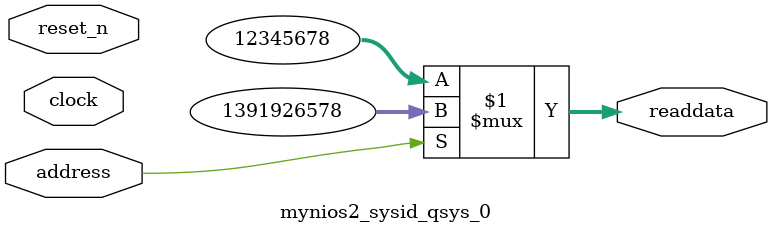
<source format=v>

`timescale 1ns / 1ps
// synthesis translate_on

// turn off superfluous verilog processor warnings 
// altera message_level Level1 
// altera message_off 10034 10035 10036 10037 10230 10240 10030 

module mynios2_sysid_qsys_0 (
               // inputs:
                address,
                clock,
                reset_n,

               // outputs:
                readdata
             )
;

  output  [ 31: 0] readdata;
  input            address;
  input            clock;
  input            reset_n;

  wire    [ 31: 0] readdata;
  //control_slave, which is an e_avalon_slave
  assign readdata = address ? 1391926578 : 12345678;

endmodule




</source>
